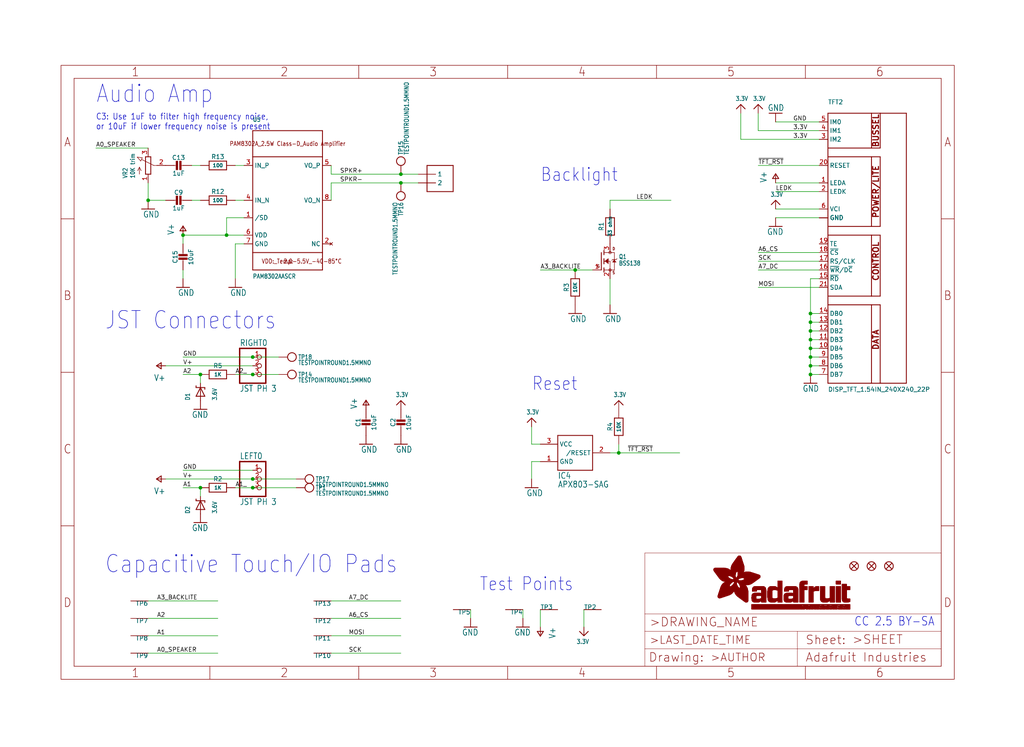
<source format=kicad_sch>
(kicad_sch (version 20211123) (generator eeschema)
  (paper "User" 298.45 217.881)
  (lib_symbols
    (symbol "eagleSchem-eagle-import:3.3V" (power)
      (property "Value" "3.3V" (at -1.524 1.016 0))
      (symbol "3.3V_1_0"
        (pin power_in line (at 0 -2.54 90) (length 2.54) (name "3.3V") (number "1"))
      )
    )
    (symbol "eagleSchem-eagle-import:AUDIOAMP_PAM8302A"
      (property "Reference" "U" (at -10.16 22.86 0))
      (property "Value" "AUDIOAMP_PAM8302A" (at -10.16 -22.86 0))
      (symbol "AUDIOAMP_PAM8302A_1_0"
        (text "2.0-5.5V_-40-85°C" (at -1.27 -17.78 0) (effects (font (size 1.27 1.0795)) (justify left)))
        (text "PAM8302A_2.5W Class-D_Audio Amplifier" (at 0 16.51 0) (effects (font (size 1.27 1.0795))))
        (text "VDD:_Temp:" (at -7.62 -17.78 0) (effects (font (size 1.27 1.0795)) (justify left)))
        (pin input line (at -12.7 -5.08 0) (length 2.54) (name "/SD") (number "1"))
        (pin no_connect line (at 12.7 -12.7 180) (length 2.54) (name "NC") (number "2"))
        (pin input line (at -12.7 10.16 0) (length 2.54) (name "IN_P") (number "3"))
        (pin input line (at -12.7 0 0) (length 2.54) (name "IN_N") (number "4"))
        (pin output line (at 12.7 10.16 180) (length 2.54) (name "VO_P") (number "5"))
        (pin power_in line (at -12.7 -10.16 0) (length 2.54) (name "VDD") (number "6"))
        (pin power_in line (at -12.7 -12.7 0) (length 2.54) (name "GND") (number "7"))
        (pin output line (at 12.7 0 180) (length 2.54) (name "VO_N") (number "8"))
      )
    )
    (symbol "eagleSchem-eagle-import:AXP083-SAG"
      (property "Reference" "IC" (at -5.08 -7.62 0))
      (property "Value" "AXP083-SAG" (at -5.08 -10.16 0))
      (symbol "AXP083-SAG_1_0"
        (pin power_in line (at -10.16 -2.54 0) (length 5.08) (name "GND") (number "1"))
        (pin output line (at 10.16 0 180) (length 5.08) (name "/RESET") (number "2"))
        (pin power_in line (at -10.16 2.54 0) (length 5.08) (name "VCC") (number "3"))
      )
    )
    (symbol "eagleSchem-eagle-import:CAP_CERAMIC0603_NO"
      (property "Reference" "C" (at -2.29 1.25 90))
      (property "Value" "CAP_CERAMIC0603_NO" (at 2.3 1.25 90))
      (symbol "CAP_CERAMIC0603_NO_1_0"
        (pin passive line (at 0 5.08 270) (length 2.54) (name "1") (number "1"))
        (pin passive line (at 0 -2.54 90) (length 2.54) (name "2") (number "2"))
      )
    )
    (symbol "eagleSchem-eagle-import:CAP_CERAMIC0805-NOOUTLINE"
      (property "Reference" "C" (at -2.29 1.25 90))
      (property "Value" "CAP_CERAMIC0805-NOOUTLINE" (at 2.3 1.25 90))
      (symbol "CAP_CERAMIC0805-NOOUTLINE_1_0"
        (pin passive line (at 0 5.08 270) (length 2.54) (name "1") (number "1"))
        (pin passive line (at 0 -2.54 90) (length 2.54) (name "2") (number "2"))
      )
    )
    (symbol "eagleSchem-eagle-import:CON_JST_PH_3PIN"
      (property "Reference" "X" (at -6.35 5.715 0))
      (property "Value" "CON_JST_PH_3PIN" (at -6.35 -7.62 0))
      (symbol "CON_JST_PH_3PIN_1_0"
        (pin passive inverted (at -2.54 2.54 0) (length 2.54) (name "1") (number "1"))
        (pin passive inverted (at -2.54 0 0) (length 2.54) (name "2") (number "2"))
        (pin passive inverted (at -2.54 -2.54 0) (length 2.54) (name "3") (number "3"))
      )
    )
    (symbol "eagleSchem-eagle-import:CON_MOLEX_2P"
      (symbol "CON_MOLEX_2P_1_0"
        (pin passive line (at -5.08 2.54 0) (length 5.08) (name "1") (number "1"))
        (pin passive line (at -5.08 0 0) (length 5.08) (name "2") (number "2"))
      )
      (symbol "CON_MOLEX_2P_2_0"
        (pin bidirectional line (at 0 0 0) (length 5.08) (name "MT") (number "M1"))
      )
      (symbol "CON_MOLEX_2P_3_0"
        (pin bidirectional line (at 0 0 0) (length 5.08) (name "MT") (number "M2"))
      )
    )
    (symbol "eagleSchem-eagle-import:DIODE-ZENERSOD323"
      (property "Reference" "D" (at -2.54 3.0226 0))
      (property "Value" "DIODE-ZENERSOD323" (at -2.54 -4.8514 0))
      (symbol "DIODE-ZENERSOD323_1_0"
        (pin passive line (at -2.54 0 0) (length 2.54) (name "A") (number "A"))
        (pin passive line (at 2.54 0 180) (length 2.54) (name "C") (number "C"))
      )
    )
    (symbol "eagleSchem-eagle-import:DISP_TFT_1.54IN_240X240_22P"
      (property "Reference" "TFT" (at -15.24 43.18 0))
      (property "Value" "DISP_TFT_1.54IN_240X240_22P" (at -15.24 -40.64 0))
      (symbol "DISP_TFT_1.54IN_240X240_22P_1_0"
        (text "BUSSEL" (at -1.27 35.56 900) (effects (font (size 1.6764 1.6764) (thickness 0.3353) bold)))
        (text "CONTROL" (at -1.27 -2.54 900) (effects (font (size 1.6764 1.6764) (thickness 0.3353) bold)))
        (text "DATA" (at -1.27 -25.4 900) (effects (font (size 1.6764 1.6764) (thickness 0.3353) bold)))
        (text "POWER/LITE" (at -1.27 17.78 900) (effects (font (size 1.6764 1.6764) (thickness 0.3353) bold)))
        (pin input line (at -17.78 20.32 0) (length 2.54) (name "LEDA") (number "1"))
        (pin bidirectional line (at -17.78 -27.94 0) (length 2.54) (name "DB4") (number "10"))
        (pin bidirectional line (at -17.78 -25.4 0) (length 2.54) (name "DB3") (number "11"))
        (pin bidirectional line (at -17.78 -22.86 0) (length 2.54) (name "DB2") (number "12"))
        (pin bidirectional line (at -17.78 -20.32 0) (length 2.54) (name "DB1") (number "13"))
        (pin bidirectional line (at -17.78 -17.78 0) (length 2.54) (name "DB0") (number "14"))
        (pin input line (at -17.78 -7.62 0) (length 2.54) (name "~{RD}") (number "15"))
        (pin input line (at -17.78 -5.08 0) (length 2.54) (name "~{WR}/D~{C}") (number "16"))
        (pin input line (at -17.78 -2.54 0) (length 2.54) (name "RS/CLK") (number "17"))
        (pin input line (at -17.78 0 0) (length 2.54) (name "~{CS}") (number "18"))
        (pin output line (at -17.78 2.54 0) (length 2.54) (name "TE") (number "19"))
        (pin input line (at -17.78 17.78 0) (length 2.54) (name "LEDK") (number "2"))
        (pin input line (at -17.78 25.4 0) (length 2.54) (name "RESET") (number "20"))
        (pin bidirectional line (at -17.78 -10.16 0) (length 2.54) (name "SDA") (number "21"))
        (pin power_in line (at -17.78 10.16 0) (length 2.54) (name "GND") (number "22"))
        (pin input line (at -17.78 33.02 0) (length 2.54) (name "IM2") (number "3"))
        (pin input line (at -17.78 35.56 0) (length 2.54) (name "IM1") (number "4"))
        (pin input line (at -17.78 38.1 0) (length 2.54) (name "IM0") (number "5"))
        (pin power_in line (at -17.78 12.7 0) (length 2.54) (name "VCI") (number "6"))
        (pin bidirectional line (at -17.78 -35.56 0) (length 2.54) (name "DB7") (number "7"))
        (pin bidirectional line (at -17.78 -33.02 0) (length 2.54) (name "DB6") (number "8"))
        (pin bidirectional line (at -17.78 -30.48 0) (length 2.54) (name "DB5") (number "9"))
        (pin power_in line (at -17.78 10.16 0) (length 2.54) (name "GND") (number "SUPPORT1"))
        (pin power_in line (at -17.78 10.16 0) (length 2.54) (name "GND") (number "SUPPORT2"))
      )
    )
    (symbol "eagleSchem-eagle-import:FIDUCIAL_1MM")
    (symbol "eagleSchem-eagle-import:FRAME_A4_ADAFRUIT"
      (symbol "FRAME_A4_ADAFRUIT_0_0"
        (text "1" (at 21.6958 1.905 0) (effects (font (size 2.54 2.286))))
        (text "1" (at 21.6958 177.165 0) (effects (font (size 2.54 2.286))))
        (text "2" (at 65.0875 1.905 0) (effects (font (size 2.54 2.286))))
        (text "2" (at 65.0875 177.165 0) (effects (font (size 2.54 2.286))))
        (text "3" (at 108.4792 1.905 0) (effects (font (size 2.54 2.286))))
        (text "3" (at 108.4792 177.165 0) (effects (font (size 2.54 2.286))))
        (text "4" (at 151.8708 1.905 0) (effects (font (size 2.54 2.286))))
        (text "4" (at 151.8708 177.165 0) (effects (font (size 2.54 2.286))))
        (text "5" (at 195.2625 1.905 0) (effects (font (size 2.54 2.286))))
        (text "5" (at 195.2625 177.165 0) (effects (font (size 2.54 2.286))))
        (text "6" (at 238.6542 1.905 0) (effects (font (size 2.54 2.286))))
        (text "6" (at 238.6542 177.165 0) (effects (font (size 2.54 2.286))))
        (text "A" (at 1.905 156.6863 0) (effects (font (size 2.54 2.286))))
        (text "A" (at 258.445 156.6863 0) (effects (font (size 2.54 2.286))))
        (text "B" (at 1.905 111.9188 0) (effects (font (size 2.54 2.286))))
        (text "B" (at 258.445 111.9188 0) (effects (font (size 2.54 2.286))))
        (text "C" (at 1.905 67.1513 0) (effects (font (size 2.54 2.286))))
        (text "C" (at 258.445 67.1513 0) (effects (font (size 2.54 2.286))))
        (text "D" (at 1.905 22.3838 0) (effects (font (size 2.54 2.286))))
        (text "D" (at 258.445 22.3838 0) (effects (font (size 2.54 2.286))))
      )
      (symbol "FRAME_A4_ADAFRUIT_1_0"
        (text ">AUTHOR" (at 189.23 5.08 0) (effects (font (size 2.286 2.286)) (justify left bottom)))
        (text ">DRAWING_NAME" (at 171.45 15.24 0) (effects (font (size 2.54 2.54)) (justify left bottom)))
        (text ">LAST_DATE_TIME" (at 171.45 10.16 0) (effects (font (size 2.286 2.286)) (justify left bottom)))
        (text ">SHEET" (at 230.505 10.16 0) (effects (font (size 2.54 2.54)) (justify left bottom)))
        (text "Adafruit Industries" (at 216.916 4.953 0) (effects (font (size 2.54 2.54)) (justify left bottom)))
        (text "Drawing:" (at 171.196 4.953 0) (effects (font (size 2.54 2.54)) (justify left bottom)))
        (text "Sheet:" (at 216.916 10.033 0) (effects (font (size 2.54 2.54)) (justify left bottom)))
      )
    )
    (symbol "eagleSchem-eagle-import:GND" (power)
      (property "Value" "GND" (at -2.54 -2.54 0))
      (symbol "GND_1_0"
        (pin power_in line (at 0 2.54 270) (length 2.54) (name "GND") (number "1"))
      )
    )
    (symbol "eagleSchem-eagle-import:MOSFET-NWIDE"
      (property "Reference" "Q" (at 5.08 0.635 0))
      (property "Value" "MOSFET-NWIDE" (at 5.08 -1.27 0))
      (symbol "MOSFET-NWIDE_1_0"
        (text "D" (at 3.175 3.175 0) (effects (font (size 0.8128 0.6908)) (justify left bottom)))
        (text "G" (at -1.27 -1.905 0) (effects (font (size 0.8128 0.6908)) (justify left bottom)))
        (text "S" (at 3.175 -3.81 0) (effects (font (size 0.8128 0.6908)) (justify left bottom)))
        (pin bidirectional line (at -2.54 -2.54 0) (length 2.54) (name "G") (number "1"))
        (pin bidirectional line (at 2.54 -5.08 90) (length 2.54) (name "S") (number "2"))
        (pin bidirectional line (at 2.54 5.08 270) (length 2.54) (name "D") (number "3"))
      )
    )
    (symbol "eagleSchem-eagle-import:RESISTOR_0603_NOOUT"
      (property "Reference" "R" (at 0 2.54 0))
      (property "Value" "RESISTOR_0603_NOOUT" (at 0 0 0))
      (symbol "RESISTOR_0603_NOOUT_1_0"
        (pin passive line (at -5.08 0 0) (length 2.54) (name "1") (number "1"))
        (pin passive line (at 5.08 0 180) (length 2.54) (name "2") (number "2"))
      )
    )
    (symbol "eagleSchem-eagle-import:SEWTAP_SMTNUTM3"
      (property "Reference" "TP" (at 0 0 0))
      (symbol "SEWTAP_SMTNUTM3_1_0"
        (pin bidirectional line (at 0 0 0) (length 5.08) (name "SEW") (number "P$1"))
      )
    )
    (symbol "eagleSchem-eagle-import:TESTPOINTROUND1.5MMNO"
      (property "Reference" "TP" (at 0 5.588 90))
      (property "Value" "TESTPOINTROUND1.5MMNO" (at 1.651 5.588 90))
      (symbol "TESTPOINTROUND1.5MMNO_1_0"
        (pin bidirectional line (at 0 0 90) (length 2.54) (name "P$1") (number "P$1"))
      )
    )
    (symbol "eagleSchem-eagle-import:TRIMPOT3303W{slash}X"
      (property "Reference" "VR" (at -5.969 -3.81 90))
      (property "Value" "TRIMPOT3303W{slash}X" (at -3.81 -3.81 90))
      (symbol "TRIMPOT3303W{slash}X_1_0"
        (pin passive line (at 0 -5.08 90) (length 2.54) (name "A") (number "1"))
        (pin passive line (at 5.08 0 180) (length 2.54) (name "S") (number "2"))
        (pin passive line (at 0 5.08 270) (length 2.54) (name "E") (number "3"))
      )
    )
    (symbol "eagleSchem-eagle-import:V+" (power)
      (property "Value" "V+" (at -2.54 -2.54 90))
      (symbol "V+_1_0"
        (pin power_in line (at 0 -2.54 90) (length 2.54) (name "V+") (number "1"))
      )
    )
  )
  (junction (at 73.66 139.7))
  (junction (at 73.66 104.14))
  (junction (at 66.04 68.58))
  (junction (at 236.22 96.52))
  (junction (at 73.66 142.24))
  (junction (at 116.84 50.8))
  (junction (at 43.18 58.42))
  (junction (at 167.64 78.74))
  (junction (at 53.34 68.58))
  (junction (at 58.42 109.22))
  (junction (at 236.22 93.98))
  (junction (at 236.22 91.44))
  (junction (at 236.22 109.22))
  (junction (at 236.22 106.68))
  (junction (at 236.22 101.6))
  (junction (at 58.42 142.24))
  (junction (at 236.22 99.06))
  (junction (at 236.22 104.14))
  (junction (at 180.34 132.08))
  (junction (at 116.84 53.34))
  (junction (at 73.66 109.22))
  (wire (pts (xy 154.94 139.7) (xy 154.94 134.62)))
  (wire (pts (xy 96.52 53.34) (xy 116.84 53.34)))
  (wire (pts (xy 81.28 104.14) (xy 73.66 104.14)))
  (wire (pts (xy 167.64 78.74) (xy 157.48 78.74)))
  (wire (pts (xy 55.88 48.26) (xy 58.42 48.26)))
  (wire (pts (xy 58.42 142.24) (xy 58.42 144.78)))
  (wire (pts (xy 226.06 35.56) (xy 238.76 35.56)))
  (wire (pts (xy 63.5 190.5) (xy 43.18 190.5)))
  (wire (pts (xy 238.76 48.26) (xy 220.98 48.26)))
  (wire (pts (xy 66.04 68.58) (xy 53.34 68.58)))
  (wire (pts (xy 236.22 93.98) (xy 238.76 93.98)))
  (wire (pts (xy 236.22 96.52) (xy 236.22 99.06)))
  (wire (pts (xy 238.76 91.44) (xy 236.22 91.44)))
  (wire (pts (xy 71.12 63.5) (xy 66.04 63.5)))
  (wire (pts (xy 236.22 101.6) (xy 236.22 104.14)))
  (wire (pts (xy 73.66 139.7) (xy 86.36 139.7)))
  (wire (pts (xy 154.94 134.62) (xy 157.48 134.62)))
  (wire (pts (xy 177.8 132.08) (xy 180.34 132.08)))
  (wire (pts (xy 58.42 58.42) (xy 55.88 58.42)))
  (wire (pts (xy 73.66 142.24) (xy 86.36 142.24)))
  (wire (pts (xy 157.48 129.54) (xy 154.94 129.54)))
  (wire (pts (xy 53.34 68.58) (xy 53.34 71.12)))
  (wire (pts (xy 236.22 104.14) (xy 236.22 106.68)))
  (wire (pts (xy 58.42 109.22) (xy 58.42 111.76)))
  (wire (pts (xy 43.18 180.34) (xy 63.5 180.34)))
  (wire (pts (xy 152.4 180.34) (xy 152.4 177.8)))
  (wire (pts (xy 96.52 53.34) (xy 96.52 58.42)))
  (wire (pts (xy 238.76 78.74) (xy 220.98 78.74)))
  (wire (pts (xy 238.76 81.28) (xy 236.22 81.28)))
  (wire (pts (xy 236.22 99.06) (xy 236.22 101.6)))
  (wire (pts (xy 236.22 99.06) (xy 238.76 99.06)))
  (wire (pts (xy 68.58 71.12) (xy 68.58 81.28)))
  (wire (pts (xy 71.12 58.42) (xy 68.58 58.42)))
  (wire (pts (xy 177.8 58.42) (xy 177.8 60.96)))
  (wire (pts (xy 58.42 109.22) (xy 53.34 109.22)))
  (wire (pts (xy 73.66 137.16) (xy 53.34 137.16)))
  (wire (pts (xy 121.92 50.8) (xy 116.84 50.8)))
  (wire (pts (xy 48.26 139.7) (xy 73.66 139.7)))
  (wire (pts (xy 238.76 38.1) (xy 220.98 38.1)))
  (wire (pts (xy 43.18 175.26) (xy 63.5 175.26)))
  (wire (pts (xy 236.22 93.98) (xy 236.22 96.52)))
  (wire (pts (xy 238.76 101.6) (xy 236.22 101.6)))
  (wire (pts (xy 73.66 142.24) (xy 68.58 142.24)))
  (wire (pts (xy 236.22 104.14) (xy 238.76 104.14)))
  (wire (pts (xy 236.22 109.22) (xy 238.76 109.22)))
  (wire (pts (xy 137.16 180.34) (xy 137.16 177.8)))
  (wire (pts (xy 96.52 50.8) (xy 96.52 48.26)))
  (wire (pts (xy 53.34 78.74) (xy 53.34 81.28)))
  (wire (pts (xy 71.12 71.12) (xy 68.58 71.12)))
  (wire (pts (xy 238.76 53.34) (xy 226.06 53.34)))
  (wire (pts (xy 215.9 33.02) (xy 215.9 40.64)))
  (wire (pts (xy 116.84 190.5) (xy 96.52 190.5)))
  (wire (pts (xy 27.94 43.18) (xy 43.18 43.18)))
  (wire (pts (xy 121.92 53.34) (xy 116.84 53.34)))
  (wire (pts (xy 220.98 76.2) (xy 238.76 76.2)))
  (wire (pts (xy 71.12 48.26) (xy 68.58 48.26)))
  (wire (pts (xy 73.66 109.22) (xy 68.58 109.22)))
  (wire (pts (xy 43.18 58.42) (xy 43.18 53.34)))
  (wire (pts (xy 157.48 177.8) (xy 157.48 182.88)))
  (wire (pts (xy 96.52 175.26) (xy 116.84 175.26)))
  (wire (pts (xy 236.22 81.28) (xy 236.22 91.44)))
  (wire (pts (xy 220.98 38.1) (xy 220.98 33.02)))
  (wire (pts (xy 73.66 109.22) (xy 81.28 109.22)))
  (wire (pts (xy 238.76 60.96) (xy 226.06 60.96)))
  (wire (pts (xy 154.94 129.54) (xy 154.94 124.46)))
  (wire (pts (xy 238.76 96.52) (xy 236.22 96.52)))
  (wire (pts (xy 172.72 78.74) (xy 167.64 78.74)))
  (wire (pts (xy 180.34 129.54) (xy 180.34 132.08)))
  (wire (pts (xy 96.52 180.34) (xy 116.84 180.34)))
  (wire (pts (xy 66.04 63.5) (xy 66.04 68.58)))
  (wire (pts (xy 236.22 91.44) (xy 236.22 93.98)))
  (wire (pts (xy 215.9 40.64) (xy 238.76 40.64)))
  (wire (pts (xy 180.34 132.08) (xy 198.12 132.08)))
  (wire (pts (xy 238.76 83.82) (xy 220.98 83.82)))
  (wire (pts (xy 116.84 185.42) (xy 96.52 185.42)))
  (wire (pts (xy 238.76 55.88) (xy 226.06 55.88)))
  (wire (pts (xy 73.66 104.14) (xy 53.34 104.14)))
  (wire (pts (xy 226.06 63.5) (xy 238.76 63.5)))
  (wire (pts (xy 170.18 182.88) (xy 170.18 177.8)))
  (wire (pts (xy 238.76 73.66) (xy 220.98 73.66)))
  (wire (pts (xy 195.58 58.42) (xy 177.8 58.42)))
  (wire (pts (xy 96.52 50.8) (xy 116.84 50.8)))
  (wire (pts (xy 238.76 106.68) (xy 236.22 106.68)))
  (wire (pts (xy 236.22 106.68) (xy 236.22 109.22)))
  (wire (pts (xy 58.42 142.24) (xy 53.34 142.24)))
  (wire (pts (xy 48.26 106.68) (xy 73.66 106.68)))
  (wire (pts (xy 48.26 58.42) (xy 43.18 58.42)))
  (wire (pts (xy 71.12 68.58) (xy 66.04 68.58)))
  (wire (pts (xy 63.5 185.42) (xy 43.18 185.42)))
  (wire (pts (xy 177.8 88.9) (xy 177.8 81.28)))
  (text "Test Points" (at 139.7 172.72 180) (effects (font (size 3.81 3.2385)) (justify left bottom)))
  (text "Audio Amp" (at 27.94 30.48 180) (effects (font (size 5.08 4.318)) (justify left bottom)))
  (text "C3: Use 1uF to filter high frequency noise,\nor 10uF if lower frequency noise is present" (at 27.94 38.1 0) (effects (font (size 1.778 1.5113)) (justify left bottom)))
  (text "CC 2.5 BY-SA" (at 248.92 182.88 180) (effects (font (size 2.54 2.159)) (justify left bottom)))
  (text "Reset" (at 154.94 114.3 180) (effects (font (size 3.81 3.2385)) (justify left bottom)))
  (text "Capacitive Touch/IO Pads" (at 30.48 167.64 180) (effects (font (size 5.08 4.318)) (justify left bottom)))
  (text "Backlight" (at 157.48 53.34 180) (effects (font (size 3.81 3.2385)) (justify left bottom)))
  (text "JST Connectors" (at 30.48 96.52 180) (effects (font (size 5.08 4.318)) (justify left bottom)))
  (label "A6_CS" (at 101.6 180.34 0) (effects (font (size 1.2446 1.2446))))
  (label "3.3V" (at 231.14 38.1 0) (effects (font (size 1.2446 1.2446))))
  (label "SPKR+" (at 99.06 50.8 0) (effects (font (size 1.2446 1.2446))))
  (label "A7_DC" (at 220.98 78.74 0) (effects (font (size 1.2446 1.2446))))
  (label "3.3V" (at 231.14 40.64 0) (effects (font (size 1.2446 1.2446))))
  (label "A2_" (at 68.58 109.22 0) (effects (font (size 1.2446 1.2446))))
  (label "A6_CS" (at 220.98 73.66 0) (effects (font (size 1.2446 1.2446))))
  (label "~{TFT_RST}" (at 182.88 132.08 0) (effects (font (size 1.2446 1.2446))))
  (label "GND" (at 53.34 104.14 0) (effects (font (size 1.2446 1.2446))))
  (label "GND" (at 53.34 137.16 0) (effects (font (size 1.2446 1.2446))))
  (label "LEDK" (at 185.42 58.42 0) (effects (font (size 1.2446 1.2446))))
  (label "GND" (at 231.14 35.56 0) (effects (font (size 1.2446 1.2446))))
  (label "A2" (at 53.34 109.22 0) (effects (font (size 1.2446 1.2446))))
  (label "SCK" (at 101.6 190.5 0) (effects (font (size 1.2446 1.2446))))
  (label "A0_SPEAKER" (at 27.94 43.18 0) (effects (font (size 1.2446 1.2446))))
  (label "A2" (at 45.72 180.34 0) (effects (font (size 1.2446 1.2446))))
  (label "A3_BACKLITE" (at 45.72 175.26 0) (effects (font (size 1.2446 1.2446))))
  (label "V+" (at 53.34 106.68 0) (effects (font (size 1.2446 1.2446))))
  (label "A1" (at 53.34 142.24 0) (effects (font (size 1.2446 1.2446))))
  (label "A0_SPEAKER" (at 45.72 190.5 0) (effects (font (size 1.2446 1.2446))))
  (label "SCK" (at 220.98 76.2 0) (effects (font (size 1.2446 1.2446))))
  (label "~{TFT_RST}" (at 220.98 48.26 0) (effects (font (size 1.2446 1.2446))))
  (label "V+" (at 53.34 139.7 0) (effects (font (size 1.2446 1.2446))))
  (label "A1_" (at 68.58 142.24 0) (effects (font (size 1.2446 1.2446))))
  (label "MOSI" (at 220.98 83.82 0) (effects (font (size 1.2446 1.2446))))
  (label "SPKR-" (at 99.06 53.34 0) (effects (font (size 1.2446 1.2446))))
  (label "A7_DC" (at 101.6 175.26 0) (effects (font (size 1.2446 1.2446))))
  (label "A3_BACKLITE" (at 157.48 78.74 0) (effects (font (size 1.2446 1.2446))))
  (label "LEDK" (at 226.06 55.88 0) (effects (font (size 1.2446 1.2446))))
  (label "MOSI" (at 101.6 185.42 0) (effects (font (size 1.2446 1.2446))))
  (label "A1" (at 45.72 185.42 0) (effects (font (size 1.2446 1.2446))))
  (symbol (lib_id "eagleSchem-eagle-import:V+") (at 53.34 66.04 0) (unit 1)
    (property "Reference" "#P+3" (effects hide))
    (property "Value" "V+" (at 50.8 68.58 90) (effects (font (size 1.778 1.5113)) (justify left bottom)))
    (property "Footprint" "eagleSchem:" (effects hide))
  )
  (symbol (lib_id "eagleSchem-eagle-import:SEWTAP_SMTNUTM3") (at 43.18 175.26 180) (unit 1)
    (property "Reference" "TP6" (at 43.18 175.26 0) (effects (justify left bottom)))
    (property "Value" "SEWTAP_SMTNUTM3" (effects hide))
    (property "Footprint" "eagleSchem:SMT_NUT_3MM" (effects hide))
  )
  (symbol (lib_id "eagleSchem-eagle-import:AUDIOAMP_PAM8302A") (at 83.82 58.42 0) (unit 1)
    (property "Reference" "U5" (at 73.66 35.56 0) (effects (font (size 1.27 1.0795)) (justify left bottom)))
    (property "Value" "PAM8302AASCR" (at 73.66 81.28 0) (effects (font (size 1.27 1.0795)) (justify left bottom)))
    (property "Footprint" "eagleSchem:MSOP8_0.65MM" (effects hide))
  )
  (symbol (lib_id "eagleSchem-eagle-import:CON_JST_PH_3PIN") (at 76.2 139.7 0) (unit 1)
    (property "Reference" "LEFT0" (at 69.85 133.985 0) (effects (font (size 1.778 1.5113)) (justify left bottom)))
    (property "Value" "JST PH 3" (at 69.85 147.32 0) (effects (font (size 1.778 1.5113)) (justify left bottom)))
    (property "Footprint" "eagleSchem:JSTPH3" (effects hide))
  )
  (symbol (lib_id "eagleSchem-eagle-import:GND") (at 137.16 182.88 0) (unit 1)
    (property "Reference" "#GND21" (effects hide))
    (property "Value" "GND" (at 134.62 185.42 0) (effects (font (size 1.778 1.5113)) (justify left bottom)))
    (property "Footprint" "eagleSchem:" (effects hide))
  )
  (symbol (lib_id "eagleSchem-eagle-import:SEWTAP_SMTNUTM3") (at 96.52 175.26 180) (unit 1)
    (property "Reference" "TP13" (at 96.52 175.26 0) (effects (justify left bottom)))
    (property "Value" "SEWTAP_SMTNUTM3" (effects hide))
    (property "Footprint" "eagleSchem:SMT_NUT_3MM" (effects hide))
  )
  (symbol (lib_id "eagleSchem-eagle-import:GND") (at 152.4 182.88 0) (unit 1)
    (property "Reference" "#GND13" (effects hide))
    (property "Value" "GND" (at 149.86 185.42 0) (effects (font (size 1.778 1.5113)) (justify left bottom)))
    (property "Footprint" "eagleSchem:" (effects hide))
  )
  (symbol (lib_id "eagleSchem-eagle-import:SEWTAP_SMTNUTM3") (at 43.18 180.34 180) (unit 1)
    (property "Reference" "TP7" (at 43.18 180.34 0) (effects (justify left bottom)))
    (property "Value" "SEWTAP_SMTNUTM3" (effects hide))
    (property "Footprint" "eagleSchem:SMT_NUT_3MM" (effects hide))
  )
  (symbol (lib_id "eagleSchem-eagle-import:DIODE-ZENERSOD323") (at 58.42 147.32 90) (unit 1)
    (property "Reference" "D2" (at 55.3974 149.86 0) (effects (font (size 1.27 1.0795)) (justify left bottom)))
    (property "Value" "3.6V" (at 63.2714 149.86 0) (effects (font (size 1.27 1.0795)) (justify left bottom)))
    (property "Footprint" "eagleSchem:SOD-323" (effects hide))
  )
  (symbol (lib_id "eagleSchem-eagle-import:GND") (at 53.34 83.82 0) (unit 1)
    (property "Reference" "#U$45" (effects hide))
    (property "Value" "GND" (at 51.816 86.36 0) (effects (font (size 1.778 1.5113)) (justify left bottom)))
    (property "Footprint" "eagleSchem:" (effects hide))
  )
  (symbol (lib_id "eagleSchem-eagle-import:TESTPOINTROUND1.5MMNO") (at 81.28 109.22 270) (unit 1)
    (property "Reference" "TP14" (at 86.868 109.22 90) (effects (font (size 1.27 1.0795)) (justify left)))
    (property "Value" "TESTPOINTROUND1.5MMNO" (at 86.868 110.871 90) (effects (font (size 1.27 1.0795)) (justify left)))
    (property "Footprint" "eagleSchem:TESTPOINT_ROUND_1.5MM_NO" (effects hide))
  )
  (symbol (lib_id "eagleSchem-eagle-import:DISP_TFT_1.54IN_240X240_22P") (at 256.54 73.66 0) (unit 1)
    (property "Reference" "TFT2" (at 241.3 30.48 0) (effects (justify left bottom)))
    (property "Value" "DISP_TFT_1.54IN_240X240_22P" (at 241.3 114.3 0) (effects (justify left bottom)))
    (property "Footprint" "eagleSchem:TFT_1.54IN_240X240_22PIN" (effects hide))
  )
  (symbol (lib_id "eagleSchem-eagle-import:CON_MOLEX_2P") (at 127 53.34 0) (unit 1)
    (property "Reference" "U$1" (effects hide))
    (property "Value" "CON_MOLEX_2P" (effects hide))
    (property "Footprint" "eagleSchem:53398-0271" (effects hide))
  )
  (symbol (lib_id "eagleSchem-eagle-import:MOSFET-NWIDE") (at 175.26 76.2 0) (unit 1)
    (property "Reference" "Q1" (at 180.34 75.565 0) (effects (font (size 1.27 1.0795)) (justify left bottom)))
    (property "Value" "BSS138" (at 180.34 77.47 0) (effects (font (size 1.27 1.0795)) (justify left bottom)))
    (property "Footprint" "eagleSchem:SOT23-WIDE" (effects hide))
  )
  (symbol (lib_id "eagleSchem-eagle-import:3.3V") (at 226.06 58.42 0) (unit 1)
    (property "Reference" "#U$16" (effects hide))
    (property "Value" "3.3V" (at 224.536 57.404 0) (effects (font (size 1.27 1.0795)) (justify left bottom)))
    (property "Footprint" "eagleSchem:" (effects hide))
  )
  (symbol (lib_id "eagleSchem-eagle-import:CAP_CERAMIC0805-NOOUTLINE") (at 106.68 124.46 0) (unit 1)
    (property "Reference" "C1" (at 104.39 123.21 90))
    (property "Value" "10uF" (at 108.98 123.21 90))
    (property "Footprint" "eagleSchem:0805-NO" (effects hide))
  )
  (symbol (lib_id "eagleSchem-eagle-import:FIDUCIAL_1MM") (at 259.08 165.1 0) (unit 1)
    (property "Reference" "U$6" (effects hide))
    (property "Value" "FIDUCIAL_1MM" (effects hide))
    (property "Footprint" "eagleSchem:FIDUCIAL_1MM" (effects hide))
  )
  (symbol (lib_id "eagleSchem-eagle-import:GND") (at 43.18 60.96 0) (unit 1)
    (property "Reference" "#U$48" (effects hide))
    (property "Value" "GND" (at 41.656 63.5 0) (effects (font (size 1.778 1.5113)) (justify left bottom)))
    (property "Footprint" "eagleSchem:" (effects hide))
  )
  (symbol (lib_id "eagleSchem-eagle-import:V+") (at 106.68 116.84 0) (unit 1)
    (property "Reference" "#P+6" (effects hide))
    (property "Value" "V+" (at 104.14 119.38 90) (effects (font (size 1.778 1.5113)) (justify left bottom)))
    (property "Footprint" "eagleSchem:" (effects hide))
  )
  (symbol (lib_id "eagleSchem-eagle-import:GND") (at 116.84 129.54 0) (unit 1)
    (property "Reference" "#U$13" (effects hide))
    (property "Value" "GND" (at 115.316 132.08 0) (effects (font (size 1.778 1.5113)) (justify left bottom)))
    (property "Footprint" "eagleSchem:" (effects hide))
  )
  (symbol (lib_id "eagleSchem-eagle-import:RESISTOR_0603_NOOUT") (at 177.8 66.04 90) (unit 1)
    (property "Reference" "R1" (at 175.26 66.04 0))
    (property "Value" "33 ohm" (at 177.8 66.04 0) (effects (font (size 1.016 1.016) bold)))
    (property "Footprint" "eagleSchem:0603-NO" (effects hide))
  )
  (symbol (lib_id "eagleSchem-eagle-import:RESISTOR_0603_NOOUT") (at 167.64 83.82 90) (unit 1)
    (property "Reference" "R3" (at 165.1 83.82 0))
    (property "Value" "10K" (at 167.64 83.82 0) (effects (font (size 1.016 1.016) bold)))
    (property "Footprint" "eagleSchem:0603-NO" (effects hide))
  )
  (symbol (lib_id "eagleSchem-eagle-import:RESISTOR_0603_NOOUT") (at 63.5 58.42 0) (unit 1)
    (property "Reference" "R12" (at 63.5 55.88 0))
    (property "Value" "100" (at 63.5 58.42 0) (effects (font (size 1.016 1.016) bold)))
    (property "Footprint" "eagleSchem:0603-NO" (effects hide))
  )
  (symbol (lib_id "eagleSchem-eagle-import:GND") (at 58.42 152.4 0) (unit 1)
    (property "Reference" "#GND1" (effects hide))
    (property "Value" "GND" (at 55.88 154.94 0) (effects (font (size 1.778 1.5113)) (justify left bottom)))
    (property "Footprint" "eagleSchem:" (effects hide))
  )
  (symbol (lib_id "eagleSchem-eagle-import:V+") (at 226.06 50.8 0) (unit 1)
    (property "Reference" "#P+2" (effects hide))
    (property "Value" "V+" (at 223.52 53.34 90) (effects (font (size 1.778 1.5113)) (justify left bottom)))
    (property "Footprint" "eagleSchem:" (effects hide))
  )
  (symbol (lib_id "eagleSchem-eagle-import:RESISTOR_0603_NOOUT") (at 180.34 124.46 90) (unit 1)
    (property "Reference" "R4" (at 177.8 124.46 0))
    (property "Value" "10K" (at 180.34 124.46 0) (effects (font (size 1.016 1.016) bold)))
    (property "Footprint" "eagleSchem:0603-NO" (effects hide))
  )
  (symbol (lib_id "eagleSchem-eagle-import:V+") (at 45.72 139.7 90) (unit 1)
    (property "Reference" "#P+1" (effects hide))
    (property "Value" "V+" (at 48.26 142.24 90) (effects (font (size 1.778 1.5113)) (justify left bottom)))
    (property "Footprint" "eagleSchem:" (effects hide))
  )
  (symbol (lib_id "eagleSchem-eagle-import:TESTPOINTROUND1.5MMNO") (at 116.84 50.8 0) (unit 1)
    (property "Reference" "TP15" (at 116.84 45.212 90) (effects (font (size 1.27 1.0795)) (justify left)))
    (property "Value" "TESTPOINTROUND1.5MMNO" (at 118.491 45.212 90) (effects (font (size 1.27 1.0795)) (justify left)))
    (property "Footprint" "eagleSchem:TESTPOINT_ROUND_1.5MM_NO" (effects hide))
  )
  (symbol (lib_id "eagleSchem-eagle-import:3.3V") (at 215.9 30.48 0) (unit 1)
    (property "Reference" "#U$12" (effects hide))
    (property "Value" "3.3V" (at 214.376 29.464 0) (effects (font (size 1.27 1.0795)) (justify left bottom)))
    (property "Footprint" "eagleSchem:" (effects hide))
  )
  (symbol (lib_id "eagleSchem-eagle-import:V+") (at 157.48 185.42 180) (unit 1)
    (property "Reference" "#P+4" (effects hide))
    (property "Value" "V+" (at 160.02 182.88 90) (effects (font (size 1.778 1.5113)) (justify left bottom)))
    (property "Footprint" "eagleSchem:" (effects hide))
  )
  (symbol (lib_id "eagleSchem-eagle-import:CAP_CERAMIC0805-NOOUTLINE") (at 53.34 76.2 0) (unit 1)
    (property "Reference" "C15" (at 51.05 74.95 90))
    (property "Value" "10uF" (at 55.64 74.95 90))
    (property "Footprint" "eagleSchem:0805-NO" (effects hide))
  )
  (symbol (lib_id "eagleSchem-eagle-import:GND") (at 226.06 33.02 180) (unit 1)
    (property "Reference" "#GND8" (effects hide))
    (property "Value" "GND" (at 228.6 30.48 0) (effects (font (size 1.778 1.5113)) (justify left bottom)))
    (property "Footprint" "eagleSchem:" (effects hide))
  )
  (symbol (lib_id "eagleSchem-eagle-import:SEWTAP_SMTNUTM3") (at 137.16 177.8 180) (unit 1)
    (property "Reference" "TP5" (at 137.16 177.8 0) (effects (justify left bottom)))
    (property "Value" "SEWTAP_SMTNUTM3" (effects hide))
    (property "Footprint" "eagleSchem:SMT_NUT_3MM" (effects hide))
  )
  (symbol (lib_id "eagleSchem-eagle-import:GND") (at 177.8 91.44 0) (unit 1)
    (property "Reference" "#U$4" (effects hide))
    (property "Value" "GND" (at 176.276 93.98 0) (effects (font (size 1.778 1.5113)) (justify left bottom)))
    (property "Footprint" "eagleSchem:" (effects hide))
  )
  (symbol (lib_id "eagleSchem-eagle-import:FRAME_A4_ADAFRUIT") (at 17.78 198.12 0) (unit 1)
    (property "Reference" "#U$19" (effects hide))
    (property "Value" "FRAME_A4_ADAFRUIT" (effects hide))
    (property "Footprint" "eagleSchem:" (effects hide))
  )
  (symbol (lib_id "eagleSchem-eagle-import:GND") (at 154.94 142.24 0) (unit 1)
    (property "Reference" "#U$9" (effects hide))
    (property "Value" "GND" (at 153.416 144.78 0) (effects (font (size 1.778 1.5113)) (justify left bottom)))
    (property "Footprint" "eagleSchem:" (effects hide))
  )
  (symbol (lib_id "eagleSchem-eagle-import:SEWTAP_SMTNUTM3") (at 157.48 177.8 0) (unit 1)
    (property "Reference" "TP3" (at 157.48 177.8 0) (effects (justify left bottom)))
    (property "Value" "SEWTAP_SMTNUTM3" (effects hide))
    (property "Footprint" "eagleSchem:SMT_NUT_3MM" (effects hide))
  )
  (symbol (lib_id "eagleSchem-eagle-import:3.3V") (at 154.94 121.92 0) (unit 1)
    (property "Reference" "#U$11" (effects hide))
    (property "Value" "3.3V" (at 153.416 120.904 0) (effects (font (size 1.27 1.0795)) (justify left bottom)))
    (property "Footprint" "eagleSchem:" (effects hide))
  )
  (symbol (lib_id "eagleSchem-eagle-import:GND") (at 226.06 66.04 0) (unit 1)
    (property "Reference" "#GND3" (effects hide))
    (property "Value" "GND" (at 223.52 68.58 0) (effects (font (size 1.778 1.5113)) (justify left bottom)))
    (property "Footprint" "eagleSchem:" (effects hide))
  )
  (symbol (lib_id "eagleSchem-eagle-import:TRIMPOT3303W{slash}X") (at 43.18 48.26 0) (unit 1)
    (property "Reference" "VR2" (at 37.211 52.07 90) (effects (font (size 1.27 1.0795)) (justify left bottom)))
    (property "Value" "10K trim" (at 39.37 52.07 90) (effects (font (size 1.27 1.0795)) (justify left bottom)))
    (property "Footprint" "eagleSchem:TRIMPOT_BOURNS_3303W" (effects hide))
  )
  (symbol (lib_id "eagleSchem-eagle-import:GND") (at 68.58 83.82 0) (unit 1)
    (property "Reference" "#U$46" (effects hide))
    (property "Value" "GND" (at 67.056 86.36 0) (effects (font (size 1.778 1.5113)) (justify left bottom)))
    (property "Footprint" "eagleSchem:" (effects hide))
  )
  (symbol (lib_id "eagleSchem-eagle-import:RESISTOR_0603_NOOUT") (at 63.5 142.24 0) (mirror y) (unit 1)
    (property "Reference" "R2" (at 63.5 139.7 0))
    (property "Value" "1K" (at 63.5 142.24 0) (effects (font (size 1.016 1.016) bold)))
    (property "Footprint" "eagleSchem:0603-NO" (effects hide))
  )
  (symbol (lib_id "eagleSchem-eagle-import:GND") (at 106.68 129.54 0) (unit 1)
    (property "Reference" "#U$5" (effects hide))
    (property "Value" "GND" (at 105.156 132.08 0) (effects (font (size 1.778 1.5113)) (justify left bottom)))
    (property "Footprint" "eagleSchem:" (effects hide))
  )
  (symbol (lib_id "eagleSchem-eagle-import:SEWTAP_SMTNUTM3") (at 96.52 190.5 180) (unit 1)
    (property "Reference" "TP10" (at 96.52 190.5 0) (effects (justify left bottom)))
    (property "Value" "SEWTAP_SMTNUTM3" (effects hide))
    (property "Footprint" "eagleSchem:SMT_NUT_3MM" (effects hide))
  )
  (symbol (lib_id "eagleSchem-eagle-import:GND") (at 167.64 91.44 0) (unit 1)
    (property "Reference" "#U$8" (effects hide))
    (property "Value" "GND" (at 166.116 93.98 0) (effects (font (size 1.778 1.5113)) (justify left bottom)))
    (property "Footprint" "eagleSchem:" (effects hide))
  )
  (symbol (lib_id "eagleSchem-eagle-import:AXP083-SAG") (at 167.64 132.08 0) (unit 1)
    (property "Reference" "IC4" (at 162.56 139.7 0) (effects (font (size 1.778 1.5113)) (justify left bottom)))
    (property "Value" "APX803-SAG" (at 162.56 142.24 0) (effects (font (size 1.778 1.5113)) (justify left bottom)))
    (property "Footprint" "eagleSchem:SOT23" (effects hide))
  )
  (symbol (lib_id "eagleSchem-eagle-import:SEWTAP_SMTNUTM3") (at 152.4 177.8 180) (unit 1)
    (property "Reference" "TP4" (at 152.4 177.8 0) (effects (justify left bottom)))
    (property "Value" "SEWTAP_SMTNUTM3" (effects hide))
    (property "Footprint" "eagleSchem:SMT_NUT_3MM" (effects hide))
  )
  (symbol (lib_id "eagleSchem-eagle-import:RESISTOR_0603_NOOUT") (at 63.5 48.26 0) (unit 1)
    (property "Reference" "R13" (at 63.5 45.72 0))
    (property "Value" "100" (at 63.5 48.26 0) (effects (font (size 1.016 1.016) bold)))
    (property "Footprint" "eagleSchem:0603-NO" (effects hide))
  )
  (symbol (lib_id "eagleSchem-eagle-import:3.3V") (at 180.34 116.84 0) (unit 1)
    (property "Reference" "#U$10" (effects hide))
    (property "Value" "3.3V" (at 178.816 115.824 0) (effects (font (size 1.27 1.0795)) (justify left bottom)))
    (property "Footprint" "eagleSchem:" (effects hide))
  )
  (symbol (lib_id "eagleSchem-eagle-import:CON_JST_PH_3PIN") (at 76.2 106.68 0) (unit 1)
    (property "Reference" "RIGHT0" (at 69.85 100.965 0) (effects (font (size 1.778 1.5113)) (justify left bottom)))
    (property "Value" "JST PH 3" (at 69.85 114.3 0) (effects (font (size 1.778 1.5113)) (justify left bottom)))
    (property "Footprint" "eagleSchem:JSTPH3" (effects hide))
  )
  (symbol (lib_id "eagleSchem-eagle-import:V+") (at 45.72 106.68 90) (unit 1)
    (property "Reference" "#P+5" (effects hide))
    (property "Value" "V+" (at 48.26 109.22 90) (effects (font (size 1.778 1.5113)) (justify left bottom)))
    (property "Footprint" "eagleSchem:" (effects hide))
  )
  (symbol (lib_id "eagleSchem-eagle-import:SEWTAP_SMTNUTM3") (at 96.52 180.34 180) (unit 1)
    (property "Reference" "TP12" (at 96.52 180.34 0) (effects (justify left bottom)))
    (property "Value" "SEWTAP_SMTNUTM3" (effects hide))
    (property "Footprint" "eagleSchem:SMT_NUT_3MM" (effects hide))
  )
  (symbol (lib_id "eagleSchem-eagle-import:CAP_CERAMIC0805-NOOUTLINE") (at 116.84 124.46 0) (unit 1)
    (property "Reference" "C2" (at 114.55 123.21 90))
    (property "Value" "10uF" (at 119.14 123.21 90))
    (property "Footprint" "eagleSchem:0805-NO" (effects hide))
  )
  (symbol (lib_id "eagleSchem-eagle-import:TESTPOINTROUND1.5MMNO") (at 81.28 104.14 270) (unit 1)
    (property "Reference" "TP18" (at 86.868 104.14 90) (effects (font (size 1.27 1.0795)) (justify left)))
    (property "Value" "TESTPOINTROUND1.5MMNO" (at 86.868 105.791 90) (effects (font (size 1.27 1.0795)) (justify left)))
    (property "Footprint" "eagleSchem:TESTPOINT_ROUND_1.5MM_NO" (effects hide))
  )
  (symbol (lib_id "eagleSchem-eagle-import:TESTPOINTROUND1.5MMNO") (at 116.84 53.34 180) (unit 1)
    (property "Reference" "TP16" (at 116.84 58.928 90) (effects (font (size 1.27 1.0795)) (justify left)))
    (property "Value" "TESTPOINTROUND1.5MMNO" (at 115.189 58.928 90) (effects (font (size 1.27 1.0795)) (justify left)))
    (property "Footprint" "eagleSchem:TESTPOINT_ROUND_1.5MM_NO" (effects hide))
  )
  (symbol (lib_id "eagleSchem-eagle-import:3.3V") (at 116.84 116.84 0) (unit 1)
    (property "Reference" "#U$15" (effects hide))
    (property "Value" "3.3V" (at 115.316 115.824 0) (effects (font (size 1.27 1.0795)) (justify left bottom)))
    (property "Footprint" "eagleSchem:" (effects hide))
  )
  (symbol (lib_id "eagleSchem-eagle-import:SEWTAP_SMTNUTM3") (at 170.18 177.8 0) (unit 1)
    (property "Reference" "TP2" (at 170.18 177.8 0) (effects (justify left bottom)))
    (property "Value" "SEWTAP_SMTNUTM3" (effects hide))
    (property "Footprint" "eagleSchem:SMT_NUT_3MM" (effects hide))
  )
  (symbol (lib_id "eagleSchem-eagle-import:FIDUCIAL_1MM") (at 248.92 165.1 0) (unit 1)
    (property "Reference" "U$3" (effects hide))
    (property "Value" "FIDUCIAL_1MM" (effects hide))
    (property "Footprint" "eagleSchem:FIDUCIAL_1MM" (effects hide))
    (property "Value" "FIDUCIAL_1MM" (effects hide))
  )
  (symbol (lib_id "eagleSchem-eagle-import:TESTPOINTROUND1.5MMNO") (at 86.36 142.24 270) (unit 1)
    (property "Reference" "TP1" (at 91.948 142.24 90) (effects (font (size 1.27 1.0795)) (justify left)))
    (property "Value" "TESTPOINTROUND1.5MMNO" (at 91.948 143.891 90) (effects (font (size 1.27 1.0795)) (justify left)))
    (property "Footprint" "eagleSchem:TESTPOINT_ROUND_1.5MM_NO" (effects hide))
  )
  (symbol (lib_id "eagleSchem-eagle-import:FIDUCIAL_1MM") (at 254 165.1 0) (unit 1)
    (property "Reference" "U$2" (effects hide))
    (property "Value" "FIDUCIAL_1MM" (effects hide))
    (property "Footprint" "eagleSchem:FIDUCIAL_1MM" (effects hide))
  )
  (symbol (lib_id "eagleSchem-eagle-import:GND") (at 236.22 111.76 0) (mirror y) (unit 1)
    (property "Reference" "#GND2" (effects hide))
    (property "Value" "GND" (at 238.76 114.3 0) (effects (font (size 1.778 1.5113)) (justify left bottom)))
    (property "Footprint" "eagleSchem:" (effects hide))
  )
  (symbol (lib_id "eagleSchem-eagle-import:GND") (at 58.42 119.38 0) (unit 1)
    (property "Reference" "#GND17" (effects hide))
    (property "Value" "GND" (at 55.88 121.92 0) (effects (font (size 1.778 1.5113)) (justify left bottom)))
    (property "Footprint" "eagleSchem:" (effects hide))
  )
  (symbol (lib_id "eagleSchem-eagle-import:DIODE-ZENERSOD323") (at 58.42 114.3 90) (unit 1)
    (property "Reference" "D1" (at 55.3974 116.84 0) (effects (font (size 1.27 1.0795)) (justify left bottom)))
    (property "Value" "3.6V" (at 63.2714 116.84 0) (effects (font (size 1.27 1.0795)) (justify left bottom)))
    (property "Footprint" "eagleSchem:SOD-323" (effects hide))
  )
  (symbol (lib_id "eagleSchem-eagle-import:TESTPOINTROUND1.5MMNO") (at 86.36 139.7 270) (unit 1)
    (property "Reference" "TP17" (at 91.948 139.7 90) (effects (font (size 1.27 1.0795)) (justify left)))
    (property "Value" "TESTPOINTROUND1.5MMNO" (at 91.948 141.351 90) (effects (font (size 1.27 1.0795)) (justify left)))
    (property "Footprint" "eagleSchem:TESTPOINT_ROUND_1.5MM_NO" (effects hide))
  )
  (symbol (lib_id "eagleSchem-eagle-import:SEWTAP_SMTNUTM3") (at 96.52 185.42 180) (unit 1)
    (property "Reference" "TP11" (at 96.52 185.42 0) (effects (justify left bottom)))
    (property "Value" "SEWTAP_SMTNUTM3" (effects hide))
    (property "Footprint" "eagleSchem:SMT_NUT_3MM" (effects hide))
  )
  (symbol (lib_id "eagleSchem-eagle-import:CAP_CERAMIC0603_NO") (at 50.8 48.26 270) (unit 1)
    (property "Reference" "C13" (at 52.05 45.97 90))
    (property "Value" "1uF" (at 52.05 50.56 90))
    (property "Footprint" "eagleSchem:0603-NO" (effects hide))
  )
  (symbol (lib_id "eagleSchem-eagle-import:SEWTAP_SMTNUTM3") (at 43.18 190.5 180) (unit 1)
    (property "Reference" "TP9" (at 43.18 190.5 0) (effects (justify left bottom)))
    (property "Value" "SEWTAP_SMTNUTM3" (effects hide))
    (property "Footprint" "eagleSchem:SMT_NUT_3MM" (effects hide))
  )
  (symbol (lib_id "eagleSchem-eagle-import:SEWTAP_SMTNUTM3") (at 43.18 185.42 180) (unit 1)
    (property "Reference" "TP8" (at 43.18 185.42 0) (effects (justify left bottom)))
    (property "Value" "SEWTAP_SMTNUTM3" (effects hide))
    (property "Footprint" "eagleSchem:SMT_NUT_3MM" (effects hide))
  )
  (symbol (lib_id "eagleSchem-eagle-import:3.3V") (at 220.98 30.48 0) (unit 1)
    (property "Reference" "#U$14" (effects hide))
    (property "Value" "3.3V" (at 219.456 29.464 0) (effects (font (size 1.27 1.0795)) (justify left bottom)))
    (property "Footprint" "eagleSchem:" (effects hide))
  )
  (symbol (lib_id "eagleSchem-eagle-import:CAP_CERAMIC0603_NO") (at 50.8 58.42 270) (unit 1)
    (property "Reference" "C9" (at 52.05 56.13 90))
    (property "Value" "1uF" (at 52.05 60.72 90))
    (property "Footprint" "eagleSchem:0603-NO" (effects hide))
  )
  (symbol (lib_id "eagleSchem-eagle-import:RESISTOR_0603_NOOUT") (at 63.5 109.22 0) (mirror y) (unit 1)
    (property "Reference" "R5" (at 63.5 106.68 0))
    (property "Value" "1K" (at 63.5 109.22 0) (effects (font (size 1.016 1.016) bold)))
    (property "Footprint" "eagleSchem:0603-NO" (effects hide))
  )
  (symbol (lib_id "eagleSchem-eagle-import:3.3V") (at 170.18 185.42 180) (unit 1)
    (property "Reference" "#U$41" (effects hide))
    (property "Value" "3.3V" (at 171.704 186.436 0) (effects (font (size 1.27 1.0795)) (justify left bottom)))
    (property "Footprint" "eagleSchem:" (effects hide))
  )
)
</source>
